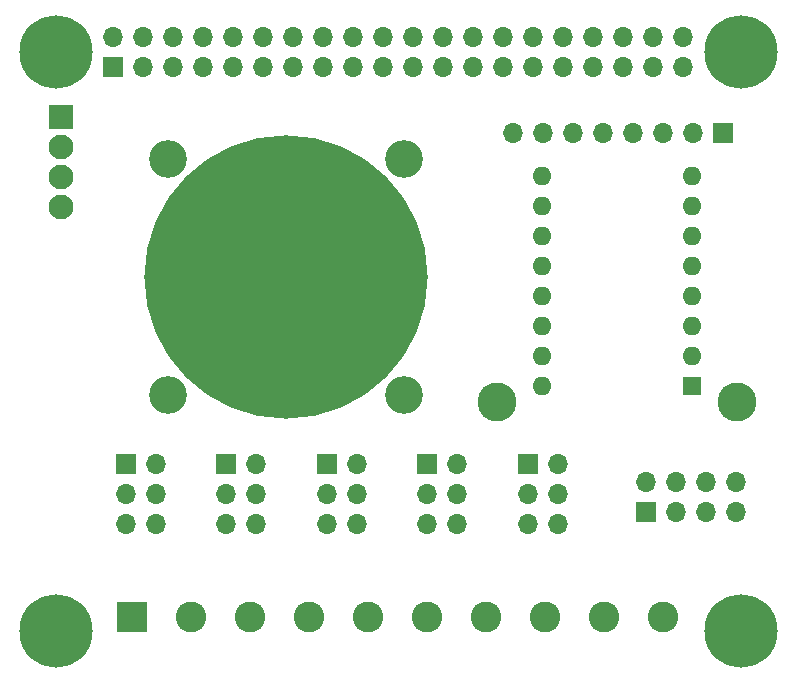
<source format=gbr>
%TF.GenerationSoftware,KiCad,Pcbnew,(5.1.9)-1*%
%TF.CreationDate,2021-03-07T19:12:45-05:00*%
%TF.ProjectId,bigp4ppa,62696770-3470-4706-912e-6b696361645f,rev?*%
%TF.SameCoordinates,Original*%
%TF.FileFunction,Soldermask,Top*%
%TF.FilePolarity,Negative*%
%FSLAX46Y46*%
G04 Gerber Fmt 4.6, Leading zero omitted, Abs format (unit mm)*
G04 Created by KiCad (PCBNEW (5.1.9)-1) date 2021-03-07 19:12:45*
%MOMM*%
%LPD*%
G01*
G04 APERTURE LIST*
%ADD10C,2.600000*%
%ADD11R,2.600000X2.600000*%
%ADD12O,1.700000X1.700000*%
%ADD13R,1.700000X1.700000*%
%ADD14O,1.600000X1.600000*%
%ADD15R,1.600000X1.600000*%
%ADD16C,24.000000*%
%ADD17C,3.200000*%
%ADD18C,3.301600*%
%ADD19R,2.100000X2.100000*%
%ADD20C,2.100000*%
%ADD21C,6.200000*%
G04 APERTURE END LIST*
D10*
%TO.C,J4*%
X125462000Y-96350000D03*
X120462000Y-96350000D03*
X115462000Y-96350000D03*
X110462000Y-96350000D03*
X105462000Y-96350000D03*
X100462000Y-96350000D03*
X95462000Y-96350000D03*
X90462000Y-96350000D03*
X85462000Y-96350000D03*
D11*
X80462000Y-96350000D03*
%TD*%
D12*
%TO.C,J15*%
X131582000Y-84856000D03*
X131582000Y-87396000D03*
X129042000Y-84856000D03*
X129042000Y-87396000D03*
X126502000Y-84856000D03*
X126502000Y-87396000D03*
X123962000Y-84856000D03*
D13*
X123962000Y-87396000D03*
%TD*%
D14*
%TO.C,A1*%
X115189000Y-76708000D03*
X127889000Y-58928000D03*
X115189000Y-74168000D03*
X127889000Y-61468000D03*
X115189000Y-71628000D03*
X127889000Y-64008000D03*
X115189000Y-69088000D03*
X127889000Y-66548000D03*
X115189000Y-66548000D03*
X127889000Y-69088000D03*
X115189000Y-64008000D03*
X127889000Y-71628000D03*
X115189000Y-61468000D03*
X127889000Y-74168000D03*
X115189000Y-58928000D03*
D15*
X127889000Y-76708000D03*
%TD*%
D12*
%TO.C,J2*%
X127130000Y-47230000D03*
X127130000Y-49770000D03*
X124590000Y-47230000D03*
X124590000Y-49770000D03*
X122050000Y-47230000D03*
X122050000Y-49770000D03*
X119510000Y-47230000D03*
X119510000Y-49770000D03*
X116970000Y-47230000D03*
X116970000Y-49770000D03*
X114430000Y-47230000D03*
X114430000Y-49770000D03*
X111890000Y-47230000D03*
X111890000Y-49770000D03*
X109350000Y-47230000D03*
X109350000Y-49770000D03*
X106810000Y-47230000D03*
X106810000Y-49770000D03*
X104270000Y-47230000D03*
X104270000Y-49770000D03*
X101730000Y-47230000D03*
X101730000Y-49770000D03*
X99190000Y-47230000D03*
X99190000Y-49770000D03*
X96650000Y-47230000D03*
X96650000Y-49770000D03*
X94110000Y-47230000D03*
X94110000Y-49770000D03*
X91570000Y-47230000D03*
X91570000Y-49770000D03*
X89030000Y-47230000D03*
X89030000Y-49770000D03*
X86490000Y-47230000D03*
X86490000Y-49770000D03*
X83950000Y-47230000D03*
X83950000Y-49770000D03*
X81410000Y-47230000D03*
X81410000Y-49770000D03*
X78870000Y-47230000D03*
D13*
X78870000Y-49770000D03*
%TD*%
D16*
%TO.C,25x25*%
X93500000Y-67500000D03*
D17*
X83500000Y-57500000D03*
X83500000Y-77500000D03*
X103500000Y-77500000D03*
X103500000Y-57500000D03*
%TD*%
D18*
%TO.C,U$19*%
X111338900Y-78076400D03*
%TD*%
%TO.C,U$18*%
X131658900Y-78076400D03*
%TD*%
D19*
%TO.C,J1*%
X74500000Y-54000000D03*
D20*
X74500000Y-56540000D03*
X74500000Y-59080000D03*
X74500000Y-61620000D03*
%TD*%
D12*
%TO.C,J14*%
X99502000Y-88430000D03*
X96962000Y-88430000D03*
X99502000Y-85890000D03*
X96962000Y-85890000D03*
X99502000Y-83350000D03*
D13*
X96962000Y-83350000D03*
%TD*%
D12*
%TO.C,J13*%
X91002000Y-88430000D03*
X88462000Y-88430000D03*
X91002000Y-85890000D03*
X88462000Y-85890000D03*
X91002000Y-83350000D03*
D13*
X88462000Y-83350000D03*
%TD*%
D12*
%TO.C,J12*%
X82502000Y-88430000D03*
X79962000Y-88430000D03*
X82502000Y-85890000D03*
X79962000Y-85890000D03*
X82502000Y-83350000D03*
D13*
X79962000Y-83350000D03*
%TD*%
D12*
%TO.C,J11*%
X108002000Y-88430000D03*
X105462000Y-88430000D03*
X108002000Y-85890000D03*
X105462000Y-85890000D03*
X108002000Y-83350000D03*
D13*
X105462000Y-83350000D03*
%TD*%
%TO.C,J8*%
X130500000Y-55350000D03*
D12*
X127960000Y-55350000D03*
X125420000Y-55350000D03*
X122880000Y-55350000D03*
X120340000Y-55350000D03*
X117800000Y-55350000D03*
X115260000Y-55350000D03*
X112720000Y-55350000D03*
%TD*%
D13*
%TO.C,J3*%
X113962000Y-83350000D03*
D12*
X116502000Y-83350000D03*
X113962000Y-85890000D03*
X116502000Y-85890000D03*
X113962000Y-88430000D03*
X116502000Y-88430000D03*
%TD*%
D21*
%TO.C,*%
X132000000Y-48500000D03*
%TD*%
%TO.C,*%
X132000000Y-97500000D03*
%TD*%
%TO.C,*%
X74000000Y-97500000D03*
%TD*%
%TO.C,*%
X74000000Y-48500000D03*
%TD*%
M02*

</source>
